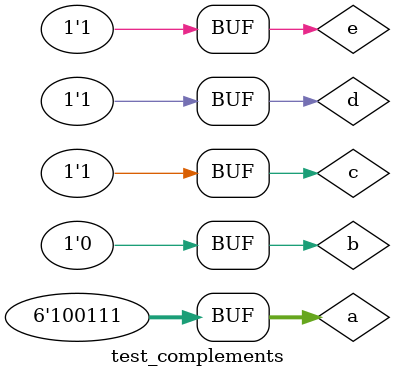
<source format=v>

module test_complements;
	reg[5:0]a;
	reg b;
	reg c;
	reg d;
	reg e;
	
	initial begin
		$display("Exercício0013 - Complemento de 2");
		$display("Mateus Guilherme do Carmo Cruz - 427446");
		$display("\n");
		a = 6'b100111;
		b = 'o54;
		c = 13;
		d = 'h1B;
		e = 25 - 36;
		// EXIBIR AS RESPOSTAS !
	end
endmodule
</source>
